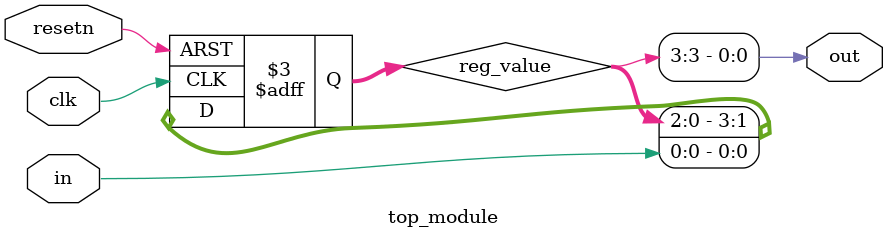
<source format=sv>
module top_module (
    input clk,
    input resetn,
    input in,
    output out
);

  reg [3:0] reg_value;
  
  always @(posedge clk or negedge resetn) begin
    if (~resetn) begin
      reg_value <= 4'b0;
    end else begin
      reg_value <= {reg_value[2:0], in};
    end
  end
  
  assign out = reg_value[3];
  
endmodule

</source>
